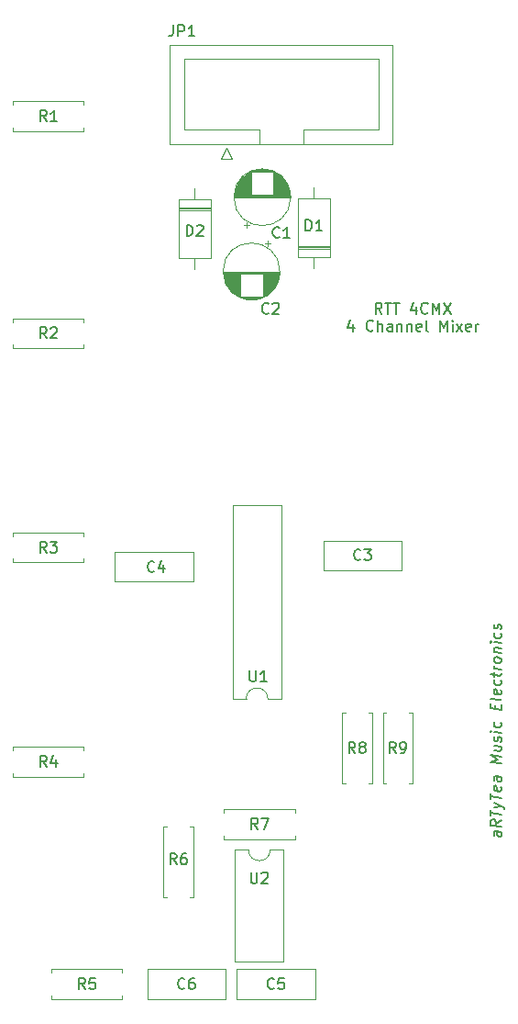
<source format=gbr>
%TF.GenerationSoftware,KiCad,Pcbnew,(6.0.2)*%
%TF.CreationDate,2022-04-27T22:08:36+02:00*%
%TF.ProjectId,4 Channel Mixer,34204368-616e-46e6-956c-204d69786572,1.1*%
%TF.SameCoordinates,Original*%
%TF.FileFunction,Legend,Top*%
%TF.FilePolarity,Positive*%
%FSLAX46Y46*%
G04 Gerber Fmt 4.6, Leading zero omitted, Abs format (unit mm)*
G04 Created by KiCad (PCBNEW (6.0.2)) date 2022-04-27 22:08:36*
%MOMM*%
%LPD*%
G01*
G04 APERTURE LIST*
%ADD10C,0.150000*%
%ADD11C,0.120000*%
G04 APERTURE END LIST*
D10*
X78552380Y-132704196D02*
X78028571Y-132638720D01*
X77933333Y-132674434D01*
X77885714Y-132763720D01*
X77885714Y-132954196D01*
X77933333Y-133055386D01*
X78504761Y-132698244D02*
X78552380Y-132799434D01*
X78552380Y-133037529D01*
X78504761Y-133126815D01*
X78409523Y-133162529D01*
X78314285Y-133150625D01*
X78219047Y-133091101D01*
X78171428Y-132989910D01*
X78171428Y-132751815D01*
X78123809Y-132650625D01*
X78552380Y-131656577D02*
X78076190Y-131930386D01*
X78552380Y-132228005D02*
X77552380Y-132103005D01*
X77552380Y-131722053D01*
X77600000Y-131632767D01*
X77647619Y-131591101D01*
X77742857Y-131555386D01*
X77885714Y-131573244D01*
X77980952Y-131632767D01*
X78028571Y-131686339D01*
X78076190Y-131787529D01*
X78076190Y-132168482D01*
X77552380Y-131245863D02*
X77552380Y-130674434D01*
X78552380Y-131085148D02*
X77552380Y-130960148D01*
X77885714Y-130478005D02*
X78552380Y-130323244D01*
X77885714Y-130001815D02*
X78552380Y-130323244D01*
X78790476Y-130448244D01*
X78838095Y-130501815D01*
X78885714Y-130603005D01*
X77552380Y-129722053D02*
X77552380Y-129150625D01*
X78552380Y-129561339D02*
X77552380Y-129436339D01*
X78504761Y-128555386D02*
X78552380Y-128656577D01*
X78552380Y-128847053D01*
X78504761Y-128936339D01*
X78409523Y-128972053D01*
X78028571Y-128924434D01*
X77933333Y-128864910D01*
X77885714Y-128763720D01*
X77885714Y-128573244D01*
X77933333Y-128483958D01*
X78028571Y-128448244D01*
X78123809Y-128460148D01*
X78219047Y-128948244D01*
X78552380Y-127656577D02*
X78028571Y-127591101D01*
X77933333Y-127626815D01*
X77885714Y-127716101D01*
X77885714Y-127906577D01*
X77933333Y-128007767D01*
X78504761Y-127650625D02*
X78552380Y-127751815D01*
X78552380Y-127989910D01*
X78504761Y-128079196D01*
X78409523Y-128114910D01*
X78314285Y-128103005D01*
X78219047Y-128043482D01*
X78171428Y-127942291D01*
X78171428Y-127704196D01*
X78123809Y-127603005D01*
X78552380Y-126418482D02*
X77552380Y-126293482D01*
X78266666Y-126049434D01*
X77552380Y-125626815D01*
X78552380Y-125751815D01*
X77885714Y-124763720D02*
X78552380Y-124847053D01*
X77885714Y-125192291D02*
X78409523Y-125257767D01*
X78504761Y-125222053D01*
X78552380Y-125132767D01*
X78552380Y-124989910D01*
X78504761Y-124888720D01*
X78457142Y-124835148D01*
X78504761Y-124412529D02*
X78552380Y-124323244D01*
X78552380Y-124132767D01*
X78504761Y-124031577D01*
X78409523Y-123972053D01*
X78361904Y-123966101D01*
X78266666Y-124001815D01*
X78219047Y-124091101D01*
X78219047Y-124233958D01*
X78171428Y-124323244D01*
X78076190Y-124358958D01*
X78028571Y-124353005D01*
X77933333Y-124293482D01*
X77885714Y-124192291D01*
X77885714Y-124049434D01*
X77933333Y-123960148D01*
X78552380Y-123561339D02*
X77885714Y-123478005D01*
X77552380Y-123436339D02*
X77600000Y-123489910D01*
X77647619Y-123448244D01*
X77600000Y-123394672D01*
X77552380Y-123436339D01*
X77647619Y-123448244D01*
X78504761Y-122650625D02*
X78552380Y-122751815D01*
X78552380Y-122942291D01*
X78504761Y-123031577D01*
X78457142Y-123073244D01*
X78361904Y-123108958D01*
X78076190Y-123073244D01*
X77980952Y-123013720D01*
X77933333Y-122960148D01*
X77885714Y-122858958D01*
X77885714Y-122668482D01*
X77933333Y-122579196D01*
X78028571Y-121400625D02*
X78028571Y-121067291D01*
X78552380Y-120989910D02*
X78552380Y-121466101D01*
X77552380Y-121341101D01*
X77552380Y-120864910D01*
X78552380Y-120418482D02*
X78504761Y-120507767D01*
X78409523Y-120543482D01*
X77552380Y-120436339D01*
X78504761Y-119650625D02*
X78552380Y-119751815D01*
X78552380Y-119942291D01*
X78504761Y-120031577D01*
X78409523Y-120067291D01*
X78028571Y-120019672D01*
X77933333Y-119960148D01*
X77885714Y-119858958D01*
X77885714Y-119668482D01*
X77933333Y-119579196D01*
X78028571Y-119543482D01*
X78123809Y-119555386D01*
X78219047Y-120043482D01*
X78504761Y-118745863D02*
X78552380Y-118847053D01*
X78552380Y-119037529D01*
X78504761Y-119126815D01*
X78457142Y-119168482D01*
X78361904Y-119204196D01*
X78076190Y-119168482D01*
X77980952Y-119108958D01*
X77933333Y-119055386D01*
X77885714Y-118954196D01*
X77885714Y-118763720D01*
X77933333Y-118674434D01*
X77885714Y-118382767D02*
X77885714Y-118001815D01*
X77552380Y-118198244D02*
X78409523Y-118305386D01*
X78504761Y-118269672D01*
X78552380Y-118180386D01*
X78552380Y-118085148D01*
X78552380Y-117751815D02*
X77885714Y-117668482D01*
X78076190Y-117692291D02*
X77980952Y-117632767D01*
X77933333Y-117579196D01*
X77885714Y-117478005D01*
X77885714Y-117382767D01*
X78552380Y-116989910D02*
X78504761Y-117079196D01*
X78457142Y-117120863D01*
X78361904Y-117156577D01*
X78076190Y-117120863D01*
X77980952Y-117061339D01*
X77933333Y-117007767D01*
X77885714Y-116906577D01*
X77885714Y-116763720D01*
X77933333Y-116674434D01*
X77980952Y-116632767D01*
X78076190Y-116597053D01*
X78361904Y-116632767D01*
X78457142Y-116692291D01*
X78504761Y-116745863D01*
X78552380Y-116847053D01*
X78552380Y-116989910D01*
X77885714Y-116144672D02*
X78552380Y-116228005D01*
X77980952Y-116156577D02*
X77933333Y-116103005D01*
X77885714Y-116001815D01*
X77885714Y-115858958D01*
X77933333Y-115769672D01*
X78028571Y-115733958D01*
X78552380Y-115799434D01*
X78552380Y-115323244D02*
X77885714Y-115239910D01*
X77552380Y-115198244D02*
X77600000Y-115251815D01*
X77647619Y-115210148D01*
X77600000Y-115156577D01*
X77552380Y-115198244D01*
X77647619Y-115210148D01*
X78504761Y-114412529D02*
X78552380Y-114513720D01*
X78552380Y-114704196D01*
X78504761Y-114793482D01*
X78457142Y-114835148D01*
X78361904Y-114870863D01*
X78076190Y-114835148D01*
X77980952Y-114775625D01*
X77933333Y-114722053D01*
X77885714Y-114620863D01*
X77885714Y-114430386D01*
X77933333Y-114341101D01*
X78504761Y-114031577D02*
X78552380Y-113942291D01*
X78552380Y-113751815D01*
X78504761Y-113650625D01*
X78409523Y-113591101D01*
X78361904Y-113585148D01*
X78266666Y-113620863D01*
X78219047Y-113710148D01*
X78219047Y-113853005D01*
X78171428Y-113942291D01*
X78076190Y-113978005D01*
X78028571Y-113972053D01*
X77933333Y-113912529D01*
X77885714Y-113811339D01*
X77885714Y-113668482D01*
X77933333Y-113579196D01*
X67542857Y-84947380D02*
X67209523Y-84471190D01*
X66971428Y-84947380D02*
X66971428Y-83947380D01*
X67352380Y-83947380D01*
X67447619Y-83995000D01*
X67495238Y-84042619D01*
X67542857Y-84137857D01*
X67542857Y-84280714D01*
X67495238Y-84375952D01*
X67447619Y-84423571D01*
X67352380Y-84471190D01*
X66971428Y-84471190D01*
X67828571Y-83947380D02*
X68400000Y-83947380D01*
X68114285Y-84947380D02*
X68114285Y-83947380D01*
X68590476Y-83947380D02*
X69161904Y-83947380D01*
X68876190Y-84947380D02*
X68876190Y-83947380D01*
X70685714Y-84280714D02*
X70685714Y-84947380D01*
X70447619Y-83899761D02*
X70209523Y-84614047D01*
X70828571Y-84614047D01*
X71780952Y-84852142D02*
X71733333Y-84899761D01*
X71590476Y-84947380D01*
X71495238Y-84947380D01*
X71352380Y-84899761D01*
X71257142Y-84804523D01*
X71209523Y-84709285D01*
X71161904Y-84518809D01*
X71161904Y-84375952D01*
X71209523Y-84185476D01*
X71257142Y-84090238D01*
X71352380Y-83995000D01*
X71495238Y-83947380D01*
X71590476Y-83947380D01*
X71733333Y-83995000D01*
X71780952Y-84042619D01*
X72209523Y-84947380D02*
X72209523Y-83947380D01*
X72542857Y-84661666D01*
X72876190Y-83947380D01*
X72876190Y-84947380D01*
X73257142Y-83947380D02*
X73923809Y-84947380D01*
X73923809Y-83947380D02*
X73257142Y-84947380D01*
X64876190Y-85890714D02*
X64876190Y-86557380D01*
X64638095Y-85509761D02*
X64400000Y-86224047D01*
X65019047Y-86224047D01*
X66733333Y-86462142D02*
X66685714Y-86509761D01*
X66542857Y-86557380D01*
X66447619Y-86557380D01*
X66304761Y-86509761D01*
X66209523Y-86414523D01*
X66161904Y-86319285D01*
X66114285Y-86128809D01*
X66114285Y-85985952D01*
X66161904Y-85795476D01*
X66209523Y-85700238D01*
X66304761Y-85605000D01*
X66447619Y-85557380D01*
X66542857Y-85557380D01*
X66685714Y-85605000D01*
X66733333Y-85652619D01*
X67161904Y-86557380D02*
X67161904Y-85557380D01*
X67590476Y-86557380D02*
X67590476Y-86033571D01*
X67542857Y-85938333D01*
X67447619Y-85890714D01*
X67304761Y-85890714D01*
X67209523Y-85938333D01*
X67161904Y-85985952D01*
X68495238Y-86557380D02*
X68495238Y-86033571D01*
X68447619Y-85938333D01*
X68352380Y-85890714D01*
X68161904Y-85890714D01*
X68066666Y-85938333D01*
X68495238Y-86509761D02*
X68400000Y-86557380D01*
X68161904Y-86557380D01*
X68066666Y-86509761D01*
X68019047Y-86414523D01*
X68019047Y-86319285D01*
X68066666Y-86224047D01*
X68161904Y-86176428D01*
X68400000Y-86176428D01*
X68495238Y-86128809D01*
X68971428Y-85890714D02*
X68971428Y-86557380D01*
X68971428Y-85985952D02*
X69019047Y-85938333D01*
X69114285Y-85890714D01*
X69257142Y-85890714D01*
X69352380Y-85938333D01*
X69400000Y-86033571D01*
X69400000Y-86557380D01*
X69876190Y-85890714D02*
X69876190Y-86557380D01*
X69876190Y-85985952D02*
X69923809Y-85938333D01*
X70019047Y-85890714D01*
X70161904Y-85890714D01*
X70257142Y-85938333D01*
X70304761Y-86033571D01*
X70304761Y-86557380D01*
X71161904Y-86509761D02*
X71066666Y-86557380D01*
X70876190Y-86557380D01*
X70780952Y-86509761D01*
X70733333Y-86414523D01*
X70733333Y-86033571D01*
X70780952Y-85938333D01*
X70876190Y-85890714D01*
X71066666Y-85890714D01*
X71161904Y-85938333D01*
X71209523Y-86033571D01*
X71209523Y-86128809D01*
X70733333Y-86224047D01*
X71780952Y-86557380D02*
X71685714Y-86509761D01*
X71638095Y-86414523D01*
X71638095Y-85557380D01*
X72923809Y-86557380D02*
X72923809Y-85557380D01*
X73257142Y-86271666D01*
X73590476Y-85557380D01*
X73590476Y-86557380D01*
X74066666Y-86557380D02*
X74066666Y-85890714D01*
X74066666Y-85557380D02*
X74019047Y-85605000D01*
X74066666Y-85652619D01*
X74114285Y-85605000D01*
X74066666Y-85557380D01*
X74066666Y-85652619D01*
X74447619Y-86557380D02*
X74971428Y-85890714D01*
X74447619Y-85890714D02*
X74971428Y-86557380D01*
X75733333Y-86509761D02*
X75638095Y-86557380D01*
X75447619Y-86557380D01*
X75352380Y-86509761D01*
X75304761Y-86414523D01*
X75304761Y-86033571D01*
X75352380Y-85938333D01*
X75447619Y-85890714D01*
X75638095Y-85890714D01*
X75733333Y-85938333D01*
X75780952Y-86033571D01*
X75780952Y-86128809D01*
X75304761Y-86224047D01*
X76209523Y-86557380D02*
X76209523Y-85890714D01*
X76209523Y-86081190D02*
X76257142Y-85985952D01*
X76304761Y-85938333D01*
X76400000Y-85890714D01*
X76495238Y-85890714D01*
%TO.C,R6*%
X48583333Y-135702380D02*
X48250000Y-135226190D01*
X48011904Y-135702380D02*
X48011904Y-134702380D01*
X48392857Y-134702380D01*
X48488095Y-134750000D01*
X48535714Y-134797619D01*
X48583333Y-134892857D01*
X48583333Y-135035714D01*
X48535714Y-135130952D01*
X48488095Y-135178571D01*
X48392857Y-135226190D01*
X48011904Y-135226190D01*
X49440476Y-134702380D02*
X49250000Y-134702380D01*
X49154761Y-134750000D01*
X49107142Y-134797619D01*
X49011904Y-134940476D01*
X48964285Y-135130952D01*
X48964285Y-135511904D01*
X49011904Y-135607142D01*
X49059523Y-135654761D01*
X49154761Y-135702380D01*
X49345238Y-135702380D01*
X49440476Y-135654761D01*
X49488095Y-135607142D01*
X49535714Y-135511904D01*
X49535714Y-135273809D01*
X49488095Y-135178571D01*
X49440476Y-135130952D01*
X49345238Y-135083333D01*
X49154761Y-135083333D01*
X49059523Y-135130952D01*
X49011904Y-135178571D01*
X48964285Y-135273809D01*
%TO.C,D2*%
X49511904Y-77782380D02*
X49511904Y-76782380D01*
X49750000Y-76782380D01*
X49892857Y-76830000D01*
X49988095Y-76925238D01*
X50035714Y-77020476D01*
X50083333Y-77210952D01*
X50083333Y-77353809D01*
X50035714Y-77544285D01*
X49988095Y-77639523D01*
X49892857Y-77734761D01*
X49750000Y-77782380D01*
X49511904Y-77782380D01*
X50464285Y-76877619D02*
X50511904Y-76830000D01*
X50607142Y-76782380D01*
X50845238Y-76782380D01*
X50940476Y-76830000D01*
X50988095Y-76877619D01*
X51035714Y-76972857D01*
X51035714Y-77068095D01*
X50988095Y-77210952D01*
X50416666Y-77782380D01*
X51035714Y-77782380D01*
%TO.C,U2*%
X55438095Y-136452380D02*
X55438095Y-137261904D01*
X55485714Y-137357142D01*
X55533333Y-137404761D01*
X55628571Y-137452380D01*
X55819047Y-137452380D01*
X55914285Y-137404761D01*
X55961904Y-137357142D01*
X56009523Y-137261904D01*
X56009523Y-136452380D01*
X56438095Y-136547619D02*
X56485714Y-136500000D01*
X56580952Y-136452380D01*
X56819047Y-136452380D01*
X56914285Y-136500000D01*
X56961904Y-136547619D01*
X57009523Y-136642857D01*
X57009523Y-136738095D01*
X56961904Y-136880952D01*
X56390476Y-137452380D01*
X57009523Y-137452380D01*
%TO.C,C1*%
X58083333Y-77857143D02*
X58035714Y-77904762D01*
X57892857Y-77952381D01*
X57797619Y-77952381D01*
X57654761Y-77904762D01*
X57559523Y-77809524D01*
X57511904Y-77714286D01*
X57464285Y-77523810D01*
X57464285Y-77380953D01*
X57511904Y-77190477D01*
X57559523Y-77095239D01*
X57654761Y-77000001D01*
X57797619Y-76952381D01*
X57892857Y-76952381D01*
X58035714Y-77000001D01*
X58083333Y-77047620D01*
X59035714Y-77952381D02*
X58464285Y-77952381D01*
X58750000Y-77952381D02*
X58750000Y-76952381D01*
X58654761Y-77095239D01*
X58559523Y-77190477D01*
X58464285Y-77238096D01*
%TO.C,R1*%
X36583333Y-67202380D02*
X36250000Y-66726190D01*
X36011904Y-67202380D02*
X36011904Y-66202380D01*
X36392857Y-66202380D01*
X36488095Y-66250000D01*
X36535714Y-66297619D01*
X36583333Y-66392857D01*
X36583333Y-66535714D01*
X36535714Y-66630952D01*
X36488095Y-66678571D01*
X36392857Y-66726190D01*
X36011904Y-66726190D01*
X37535714Y-67202380D02*
X36964285Y-67202380D01*
X37250000Y-67202380D02*
X37250000Y-66202380D01*
X37154761Y-66345238D01*
X37059523Y-66440476D01*
X36964285Y-66488095D01*
%TO.C,C5*%
X57583333Y-147107142D02*
X57535714Y-147154761D01*
X57392857Y-147202380D01*
X57297619Y-147202380D01*
X57154761Y-147154761D01*
X57059523Y-147059523D01*
X57011904Y-146964285D01*
X56964285Y-146773809D01*
X56964285Y-146630952D01*
X57011904Y-146440476D01*
X57059523Y-146345238D01*
X57154761Y-146250000D01*
X57297619Y-146202380D01*
X57392857Y-146202380D01*
X57535714Y-146250000D01*
X57583333Y-146297619D01*
X58488095Y-146202380D02*
X58011904Y-146202380D01*
X57964285Y-146678571D01*
X58011904Y-146630952D01*
X58107142Y-146583333D01*
X58345238Y-146583333D01*
X58440476Y-146630952D01*
X58488095Y-146678571D01*
X58535714Y-146773809D01*
X58535714Y-147011904D01*
X58488095Y-147107142D01*
X58440476Y-147154761D01*
X58345238Y-147202380D01*
X58107142Y-147202380D01*
X58011904Y-147154761D01*
X57964285Y-147107142D01*
%TO.C,R9*%
X68833333Y-125452380D02*
X68500000Y-124976190D01*
X68261904Y-125452380D02*
X68261904Y-124452380D01*
X68642857Y-124452380D01*
X68738095Y-124500000D01*
X68785714Y-124547619D01*
X68833333Y-124642857D01*
X68833333Y-124785714D01*
X68785714Y-124880952D01*
X68738095Y-124928571D01*
X68642857Y-124976190D01*
X68261904Y-124976190D01*
X69309523Y-125452380D02*
X69500000Y-125452380D01*
X69595238Y-125404761D01*
X69642857Y-125357142D01*
X69738095Y-125214285D01*
X69785714Y-125023809D01*
X69785714Y-124642857D01*
X69738095Y-124547619D01*
X69690476Y-124500000D01*
X69595238Y-124452380D01*
X69404761Y-124452380D01*
X69309523Y-124500000D01*
X69261904Y-124547619D01*
X69214285Y-124642857D01*
X69214285Y-124880952D01*
X69261904Y-124976190D01*
X69309523Y-125023809D01*
X69404761Y-125071428D01*
X69595238Y-125071428D01*
X69690476Y-125023809D01*
X69738095Y-124976190D01*
X69785714Y-124880952D01*
%TO.C,R2*%
X36583333Y-87202380D02*
X36250000Y-86726190D01*
X36011904Y-87202380D02*
X36011904Y-86202380D01*
X36392857Y-86202380D01*
X36488095Y-86250000D01*
X36535714Y-86297619D01*
X36583333Y-86392857D01*
X36583333Y-86535714D01*
X36535714Y-86630952D01*
X36488095Y-86678571D01*
X36392857Y-86726190D01*
X36011904Y-86726190D01*
X36964285Y-86297619D02*
X37011904Y-86250000D01*
X37107142Y-86202380D01*
X37345238Y-86202380D01*
X37440476Y-86250000D01*
X37488095Y-86297619D01*
X37535714Y-86392857D01*
X37535714Y-86488095D01*
X37488095Y-86630952D01*
X36916666Y-87202380D01*
X37535714Y-87202380D01*
%TO.C,R5*%
X40143333Y-147202380D02*
X39810000Y-146726190D01*
X39571904Y-147202380D02*
X39571904Y-146202380D01*
X39952857Y-146202380D01*
X40048095Y-146250000D01*
X40095714Y-146297619D01*
X40143333Y-146392857D01*
X40143333Y-146535714D01*
X40095714Y-146630952D01*
X40048095Y-146678571D01*
X39952857Y-146726190D01*
X39571904Y-146726190D01*
X41048095Y-146202380D02*
X40571904Y-146202380D01*
X40524285Y-146678571D01*
X40571904Y-146630952D01*
X40667142Y-146583333D01*
X40905238Y-146583333D01*
X41000476Y-146630952D01*
X41048095Y-146678571D01*
X41095714Y-146773809D01*
X41095714Y-147011904D01*
X41048095Y-147107142D01*
X41000476Y-147154761D01*
X40905238Y-147202380D01*
X40667142Y-147202380D01*
X40571904Y-147154761D01*
X40524285Y-147107142D01*
%TO.C,D1*%
X60511904Y-77282380D02*
X60511904Y-76282380D01*
X60750000Y-76282380D01*
X60892857Y-76330000D01*
X60988095Y-76425238D01*
X61035714Y-76520476D01*
X61083333Y-76710952D01*
X61083333Y-76853809D01*
X61035714Y-77044285D01*
X60988095Y-77139523D01*
X60892857Y-77234761D01*
X60750000Y-77282380D01*
X60511904Y-77282380D01*
X62035714Y-77282380D02*
X61464285Y-77282380D01*
X61750000Y-77282380D02*
X61750000Y-76282380D01*
X61654761Y-76425238D01*
X61559523Y-76520476D01*
X61464285Y-76568095D01*
%TO.C,U1*%
X55338095Y-117852380D02*
X55338095Y-118661904D01*
X55385714Y-118757142D01*
X55433333Y-118804761D01*
X55528571Y-118852380D01*
X55719047Y-118852380D01*
X55814285Y-118804761D01*
X55861904Y-118757142D01*
X55909523Y-118661904D01*
X55909523Y-117852380D01*
X56909523Y-118852380D02*
X56338095Y-118852380D01*
X56623809Y-118852380D02*
X56623809Y-117852380D01*
X56528571Y-117995238D01*
X56433333Y-118090476D01*
X56338095Y-118138095D01*
%TO.C,R7*%
X56083333Y-132452380D02*
X55750000Y-131976190D01*
X55511904Y-132452380D02*
X55511904Y-131452380D01*
X55892857Y-131452380D01*
X55988095Y-131500000D01*
X56035714Y-131547619D01*
X56083333Y-131642857D01*
X56083333Y-131785714D01*
X56035714Y-131880952D01*
X55988095Y-131928571D01*
X55892857Y-131976190D01*
X55511904Y-131976190D01*
X56416666Y-131452380D02*
X57083333Y-131452380D01*
X56654761Y-132452380D01*
%TO.C,C3*%
X65583333Y-107557142D02*
X65535714Y-107604761D01*
X65392857Y-107652380D01*
X65297619Y-107652380D01*
X65154761Y-107604761D01*
X65059523Y-107509523D01*
X65011904Y-107414285D01*
X64964285Y-107223809D01*
X64964285Y-107080952D01*
X65011904Y-106890476D01*
X65059523Y-106795238D01*
X65154761Y-106700000D01*
X65297619Y-106652380D01*
X65392857Y-106652380D01*
X65535714Y-106700000D01*
X65583333Y-106747619D01*
X65916666Y-106652380D02*
X66535714Y-106652380D01*
X66202380Y-107033333D01*
X66345238Y-107033333D01*
X66440476Y-107080952D01*
X66488095Y-107128571D01*
X66535714Y-107223809D01*
X66535714Y-107461904D01*
X66488095Y-107557142D01*
X66440476Y-107604761D01*
X66345238Y-107652380D01*
X66059523Y-107652380D01*
X65964285Y-107604761D01*
X65916666Y-107557142D01*
%TO.C,JP1*%
X48266666Y-58352380D02*
X48266666Y-59066666D01*
X48219047Y-59209523D01*
X48123809Y-59304761D01*
X47980952Y-59352380D01*
X47885714Y-59352380D01*
X48742857Y-59352380D02*
X48742857Y-58352380D01*
X49123809Y-58352380D01*
X49219047Y-58400000D01*
X49266666Y-58447619D01*
X49314285Y-58542857D01*
X49314285Y-58685714D01*
X49266666Y-58780952D01*
X49219047Y-58828571D01*
X49123809Y-58876190D01*
X48742857Y-58876190D01*
X50266666Y-59352380D02*
X49695238Y-59352380D01*
X49980952Y-59352380D02*
X49980952Y-58352380D01*
X49885714Y-58495238D01*
X49790476Y-58590476D01*
X49695238Y-58638095D01*
%TO.C,R8*%
X65083333Y-125452380D02*
X64750000Y-124976190D01*
X64511904Y-125452380D02*
X64511904Y-124452380D01*
X64892857Y-124452380D01*
X64988095Y-124500000D01*
X65035714Y-124547619D01*
X65083333Y-124642857D01*
X65083333Y-124785714D01*
X65035714Y-124880952D01*
X64988095Y-124928571D01*
X64892857Y-124976190D01*
X64511904Y-124976190D01*
X65654761Y-124880952D02*
X65559523Y-124833333D01*
X65511904Y-124785714D01*
X65464285Y-124690476D01*
X65464285Y-124642857D01*
X65511904Y-124547619D01*
X65559523Y-124500000D01*
X65654761Y-124452380D01*
X65845238Y-124452380D01*
X65940476Y-124500000D01*
X65988095Y-124547619D01*
X66035714Y-124642857D01*
X66035714Y-124690476D01*
X65988095Y-124785714D01*
X65940476Y-124833333D01*
X65845238Y-124880952D01*
X65654761Y-124880952D01*
X65559523Y-124928571D01*
X65511904Y-124976190D01*
X65464285Y-125071428D01*
X65464285Y-125261904D01*
X65511904Y-125357142D01*
X65559523Y-125404761D01*
X65654761Y-125452380D01*
X65845238Y-125452380D01*
X65940476Y-125404761D01*
X65988095Y-125357142D01*
X66035714Y-125261904D01*
X66035714Y-125071428D01*
X65988095Y-124976190D01*
X65940476Y-124928571D01*
X65845238Y-124880952D01*
%TO.C,C6*%
X49333333Y-147107142D02*
X49285714Y-147154761D01*
X49142857Y-147202380D01*
X49047619Y-147202380D01*
X48904761Y-147154761D01*
X48809523Y-147059523D01*
X48761904Y-146964285D01*
X48714285Y-146773809D01*
X48714285Y-146630952D01*
X48761904Y-146440476D01*
X48809523Y-146345238D01*
X48904761Y-146250000D01*
X49047619Y-146202380D01*
X49142857Y-146202380D01*
X49285714Y-146250000D01*
X49333333Y-146297619D01*
X50190476Y-146202380D02*
X50000000Y-146202380D01*
X49904761Y-146250000D01*
X49857142Y-146297619D01*
X49761904Y-146440476D01*
X49714285Y-146630952D01*
X49714285Y-147011904D01*
X49761904Y-147107142D01*
X49809523Y-147154761D01*
X49904761Y-147202380D01*
X50095238Y-147202380D01*
X50190476Y-147154761D01*
X50238095Y-147107142D01*
X50285714Y-147011904D01*
X50285714Y-146773809D01*
X50238095Y-146678571D01*
X50190476Y-146630952D01*
X50095238Y-146583333D01*
X49904761Y-146583333D01*
X49809523Y-146630952D01*
X49761904Y-146678571D01*
X49714285Y-146773809D01*
%TO.C,R4*%
X36583333Y-126702380D02*
X36250000Y-126226190D01*
X36011904Y-126702380D02*
X36011904Y-125702380D01*
X36392857Y-125702380D01*
X36488095Y-125750000D01*
X36535714Y-125797619D01*
X36583333Y-125892857D01*
X36583333Y-126035714D01*
X36535714Y-126130952D01*
X36488095Y-126178571D01*
X36392857Y-126226190D01*
X36011904Y-126226190D01*
X37440476Y-126035714D02*
X37440476Y-126702380D01*
X37202380Y-125654761D02*
X36964285Y-126369047D01*
X37583333Y-126369047D01*
%TO.C,C4*%
X46533333Y-108657142D02*
X46485714Y-108704761D01*
X46342857Y-108752380D01*
X46247619Y-108752380D01*
X46104761Y-108704761D01*
X46009523Y-108609523D01*
X45961904Y-108514285D01*
X45914285Y-108323809D01*
X45914285Y-108180952D01*
X45961904Y-107990476D01*
X46009523Y-107895238D01*
X46104761Y-107800000D01*
X46247619Y-107752380D01*
X46342857Y-107752380D01*
X46485714Y-107800000D01*
X46533333Y-107847619D01*
X47390476Y-108085714D02*
X47390476Y-108752380D01*
X47152380Y-107704761D02*
X46914285Y-108419047D01*
X47533333Y-108419047D01*
%TO.C,R3*%
X36583333Y-106952380D02*
X36250000Y-106476190D01*
X36011904Y-106952380D02*
X36011904Y-105952380D01*
X36392857Y-105952380D01*
X36488095Y-106000000D01*
X36535714Y-106047619D01*
X36583333Y-106142857D01*
X36583333Y-106285714D01*
X36535714Y-106380952D01*
X36488095Y-106428571D01*
X36392857Y-106476190D01*
X36011904Y-106476190D01*
X36916666Y-105952380D02*
X37535714Y-105952380D01*
X37202380Y-106333333D01*
X37345238Y-106333333D01*
X37440476Y-106380952D01*
X37488095Y-106428571D01*
X37535714Y-106523809D01*
X37535714Y-106761904D01*
X37488095Y-106857142D01*
X37440476Y-106904761D01*
X37345238Y-106952380D01*
X37059523Y-106952380D01*
X36964285Y-106904761D01*
X36916666Y-106857142D01*
%TO.C,C2*%
X57083333Y-84857142D02*
X57035714Y-84904761D01*
X56892857Y-84952380D01*
X56797619Y-84952380D01*
X56654761Y-84904761D01*
X56559523Y-84809523D01*
X56511904Y-84714285D01*
X56464285Y-84523809D01*
X56464285Y-84380952D01*
X56511904Y-84190476D01*
X56559523Y-84095238D01*
X56654761Y-84000000D01*
X56797619Y-83952380D01*
X56892857Y-83952380D01*
X57035714Y-84000000D01*
X57083333Y-84047619D01*
X57464285Y-84047619D02*
X57511904Y-84000000D01*
X57607142Y-83952380D01*
X57845238Y-83952380D01*
X57940476Y-84000000D01*
X57988095Y-84047619D01*
X58035714Y-84142857D01*
X58035714Y-84238095D01*
X57988095Y-84380952D01*
X57416666Y-84952380D01*
X58035714Y-84952380D01*
D11*
%TO.C,R6*%
X47380000Y-132230000D02*
X47710000Y-132230000D01*
X50120000Y-132230000D02*
X49790000Y-132230000D01*
X50120000Y-138770000D02*
X50120000Y-132230000D01*
X47710000Y-138770000D02*
X47380000Y-138770000D01*
X47380000Y-138770000D02*
X47380000Y-132230000D01*
X49790000Y-138770000D02*
X50120000Y-138770000D01*
%TO.C,D2*%
X51720000Y-75140000D02*
X48780000Y-75140000D01*
X48780000Y-79800000D02*
X51720000Y-79800000D01*
X51720000Y-79800000D02*
X51720000Y-74360000D01*
X51720000Y-75260000D02*
X48780000Y-75260000D01*
X50250000Y-73340000D02*
X50250000Y-74360000D01*
X48780000Y-74360000D02*
X48780000Y-79800000D01*
X51720000Y-74360000D02*
X48780000Y-74360000D01*
X50250000Y-80820000D02*
X50250000Y-79800000D01*
X51720000Y-75380000D02*
X48780000Y-75380000D01*
%TO.C,U2*%
X55235000Y-134370000D02*
X53985000Y-134370000D01*
X58485000Y-144650000D02*
X58485000Y-134370000D01*
X53985000Y-134370000D02*
X53985000Y-144650000D01*
X58485000Y-134370000D02*
X57235000Y-134370000D01*
X53985000Y-144650000D02*
X58485000Y-144650000D01*
X55235000Y-134370000D02*
G75*
G03*
X57235000Y-134370000I1000000J0D01*
G01*
%TO.C,C1*%
X53922000Y-74085113D02*
X59078000Y-74085113D01*
X53989000Y-73605113D02*
X55460000Y-73605113D01*
X57540000Y-72044113D02*
X57943000Y-72044113D01*
X57540000Y-73685113D02*
X59028000Y-73685113D01*
X57540000Y-72804113D02*
X58675000Y-72804113D01*
X54190000Y-73044113D02*
X55460000Y-73044113D01*
X57540000Y-72644113D02*
X58565000Y-72644113D01*
X54563000Y-72484113D02*
X55460000Y-72484113D01*
X55585000Y-71764113D02*
X57415000Y-71764113D01*
X57540000Y-72884113D02*
X58724000Y-72884113D01*
X54801000Y-72244113D02*
X55460000Y-72244113D01*
X57540000Y-73765113D02*
X59043000Y-73765113D01*
X53935000Y-73925113D02*
X55460000Y-73925113D01*
X57540000Y-72204113D02*
X58153000Y-72204113D01*
X57540000Y-73284113D02*
X58914000Y-73284113D01*
X54276000Y-72884113D02*
X55460000Y-72884113D01*
X53924000Y-74045113D02*
X59076000Y-74045113D01*
X55000000Y-72084113D02*
X55460000Y-72084113D01*
X55695000Y-71724113D02*
X57305000Y-71724113D01*
X54351000Y-72764113D02*
X55460000Y-72764113D01*
X53972000Y-73685113D02*
X55460000Y-73685113D01*
X57540000Y-73244113D02*
X58898000Y-73244113D01*
X54135000Y-73164113D02*
X55460000Y-73164113D01*
X57540000Y-73845113D02*
X59056000Y-73845113D01*
X57540000Y-73444113D02*
X58968000Y-73444113D01*
X57540000Y-73805113D02*
X59050000Y-73805113D01*
X57540000Y-72684113D02*
X58595000Y-72684113D01*
X57540000Y-73084113D02*
X58829000Y-73084113D01*
X54325000Y-72804113D02*
X55460000Y-72804113D01*
X57540000Y-73124113D02*
X58848000Y-73124113D01*
X54045000Y-73404113D02*
X55460000Y-73404113D01*
X57540000Y-73364113D02*
X58942000Y-73364113D01*
X57540000Y-73605113D02*
X59011000Y-73605113D01*
X57540000Y-72724113D02*
X58622000Y-72724113D01*
X57540000Y-73204113D02*
X58882000Y-73204113D01*
X55057000Y-72044113D02*
X55460000Y-72044113D01*
X57540000Y-73925113D02*
X59065000Y-73925113D01*
X57540000Y-72524113D02*
X58471000Y-72524113D01*
X57540000Y-71964113D02*
X57819000Y-71964113D01*
X54847000Y-72204113D02*
X55460000Y-72204113D01*
X57540000Y-73404113D02*
X58955000Y-73404113D01*
X57540000Y-72924113D02*
X58747000Y-72924113D01*
X55249000Y-71924113D02*
X55460000Y-71924113D01*
X53999000Y-73565113D02*
X55460000Y-73565113D01*
X54895000Y-72164113D02*
X55460000Y-72164113D01*
X55025000Y-77009888D02*
X55025000Y-76509888D01*
X55489000Y-71804113D02*
X57511000Y-71804113D01*
X54102000Y-73244113D02*
X55460000Y-73244113D01*
X57540000Y-72844113D02*
X58700000Y-72844113D01*
X54020000Y-73484113D02*
X55460000Y-73484113D01*
X54086000Y-73284113D02*
X55460000Y-73284113D01*
X57540000Y-73004113D02*
X58790000Y-73004113D01*
X54775000Y-76759888D02*
X55275000Y-76759888D01*
X57540000Y-72324113D02*
X58285000Y-72324113D01*
X53957000Y-73765113D02*
X55460000Y-73765113D01*
X57540000Y-72244113D02*
X58199000Y-72244113D01*
X53964000Y-73725113D02*
X55460000Y-73725113D01*
X57540000Y-72004113D02*
X57883000Y-72004113D01*
X57540000Y-73565113D02*
X59001000Y-73565113D01*
X54253000Y-72924113D02*
X55460000Y-72924113D01*
X56216000Y-71604113D02*
X56784000Y-71604113D01*
X54757000Y-72284113D02*
X55460000Y-72284113D01*
X54152000Y-73124113D02*
X55460000Y-73124113D01*
X54058000Y-73364113D02*
X55460000Y-73364113D01*
X57540000Y-72284113D02*
X58243000Y-72284113D01*
X57540000Y-73525113D02*
X58991000Y-73525113D01*
X55982000Y-71644113D02*
X57018000Y-71644113D01*
X57540000Y-73725113D02*
X59036000Y-73725113D01*
X54946000Y-72124113D02*
X55460000Y-72124113D01*
X57540000Y-73965113D02*
X59069000Y-73965113D01*
X53980000Y-73645113D02*
X55460000Y-73645113D01*
X54405000Y-72684113D02*
X55460000Y-72684113D01*
X57540000Y-72564113D02*
X58504000Y-72564113D01*
X53944000Y-73845113D02*
X55460000Y-73845113D01*
X54072000Y-73324113D02*
X55460000Y-73324113D01*
X54599000Y-72444113D02*
X55460000Y-72444113D01*
X54529000Y-72524113D02*
X55460000Y-72524113D01*
X53939000Y-73885113D02*
X55460000Y-73885113D01*
X57540000Y-73484113D02*
X58980000Y-73484113D01*
X55322000Y-71884113D02*
X57678000Y-71884113D01*
X55181000Y-71964113D02*
X55460000Y-71964113D01*
X55823000Y-71684113D02*
X57177000Y-71684113D01*
X57540000Y-72124113D02*
X58054000Y-72124113D01*
X53920000Y-74165113D02*
X59080000Y-74165113D01*
X57540000Y-72084113D02*
X58000000Y-72084113D01*
X57540000Y-72444113D02*
X58401000Y-72444113D01*
X53950000Y-73805113D02*
X55460000Y-73805113D01*
X53927000Y-74005113D02*
X59073000Y-74005113D01*
X54032000Y-73444113D02*
X55460000Y-73444113D01*
X55117000Y-72004113D02*
X55460000Y-72004113D01*
X57540000Y-73324113D02*
X58928000Y-73324113D01*
X57540000Y-72604113D02*
X58535000Y-72604113D01*
X57540000Y-72164113D02*
X58105000Y-72164113D01*
X54674000Y-72364113D02*
X55460000Y-72364113D01*
X53931000Y-73965113D02*
X55460000Y-73965113D01*
X54465000Y-72604113D02*
X55460000Y-72604113D01*
X57540000Y-72484113D02*
X58437000Y-72484113D01*
X53921000Y-74125113D02*
X59079000Y-74125113D01*
X54636000Y-72404113D02*
X55460000Y-72404113D01*
X57540000Y-73885113D02*
X59061000Y-73885113D01*
X57540000Y-72964113D02*
X58768000Y-72964113D01*
X54232000Y-72964113D02*
X55460000Y-72964113D01*
X54210000Y-73004113D02*
X55460000Y-73004113D01*
X57540000Y-71924113D02*
X57751000Y-71924113D01*
X57540000Y-72404113D02*
X58364000Y-72404113D01*
X57540000Y-73645113D02*
X59020000Y-73645113D01*
X57540000Y-72364113D02*
X58326000Y-72364113D01*
X54715000Y-72324113D02*
X55460000Y-72324113D01*
X55402000Y-71844113D02*
X57598000Y-71844113D01*
X57540000Y-73044113D02*
X58810000Y-73044113D01*
X54300000Y-72844113D02*
X55460000Y-72844113D01*
X57540000Y-73164113D02*
X58865000Y-73164113D01*
X54009000Y-73525113D02*
X55460000Y-73525113D01*
X54171000Y-73084113D02*
X55460000Y-73084113D01*
X54496000Y-72564113D02*
X55460000Y-72564113D01*
X54378000Y-72724113D02*
X55460000Y-72724113D01*
X57540000Y-72764113D02*
X58649000Y-72764113D01*
X53920000Y-74205113D02*
X59080000Y-74205113D01*
X54435000Y-72644113D02*
X55460000Y-72644113D01*
X54118000Y-73204113D02*
X55460000Y-73204113D01*
X59120000Y-74205113D02*
G75*
G03*
X59120000Y-74205113I-2620000J0D01*
G01*
%TO.C,R1*%
X40020000Y-65380000D02*
X33480000Y-65380000D01*
X40020000Y-68120000D02*
X33480000Y-68120000D01*
X40020000Y-65710000D02*
X40020000Y-65380000D01*
X40020000Y-67790000D02*
X40020000Y-68120000D01*
X33480000Y-65380000D02*
X33480000Y-65710000D01*
X33480000Y-68120000D02*
X33480000Y-67790000D01*
%TO.C,C5*%
X54130000Y-148120000D02*
X61370000Y-148120000D01*
X54130000Y-145380000D02*
X54130000Y-148120000D01*
X54130000Y-145380000D02*
X61370000Y-145380000D01*
X61370000Y-145380000D02*
X61370000Y-148120000D01*
%TO.C,R9*%
X67630000Y-121730000D02*
X67630000Y-128270000D01*
X67960000Y-121730000D02*
X67630000Y-121730000D01*
X70370000Y-121730000D02*
X70370000Y-128270000D01*
X67630000Y-128270000D02*
X67960000Y-128270000D01*
X70370000Y-128270000D02*
X70040000Y-128270000D01*
X70040000Y-121730000D02*
X70370000Y-121730000D01*
%TO.C,R2*%
X40020000Y-88120000D02*
X33480000Y-88120000D01*
X33480000Y-85380000D02*
X33480000Y-85710000D01*
X33480000Y-88120000D02*
X33480000Y-87790000D01*
X40020000Y-87790000D02*
X40020000Y-88120000D01*
X40020000Y-85380000D02*
X33480000Y-85380000D01*
X40020000Y-85710000D02*
X40020000Y-85380000D01*
%TO.C,R5*%
X37040000Y-147790000D02*
X37040000Y-148120000D01*
X37040000Y-145710000D02*
X37040000Y-145380000D01*
X37040000Y-145380000D02*
X43580000Y-145380000D01*
X43580000Y-145380000D02*
X43580000Y-145710000D01*
X37040000Y-148120000D02*
X43580000Y-148120000D01*
X43580000Y-148120000D02*
X43580000Y-147790000D01*
%TO.C,D1*%
X61250000Y-73260000D02*
X61250000Y-74280000D01*
X59780000Y-78700000D02*
X62720000Y-78700000D01*
X62720000Y-74280000D02*
X59780000Y-74280000D01*
X61250000Y-80740000D02*
X61250000Y-79720000D01*
X59780000Y-78940000D02*
X62720000Y-78940000D01*
X59780000Y-79720000D02*
X62720000Y-79720000D01*
X59780000Y-78820000D02*
X62720000Y-78820000D01*
X59780000Y-74280000D02*
X59780000Y-79720000D01*
X62720000Y-79720000D02*
X62720000Y-74280000D01*
%TO.C,U1*%
X58265000Y-102555000D02*
X53765000Y-102555000D01*
X57015000Y-120455000D02*
X58265000Y-120455000D01*
X58265000Y-120455000D02*
X58265000Y-102555000D01*
X53765000Y-120455000D02*
X55015000Y-120455000D01*
X53765000Y-102555000D02*
X53765000Y-120455000D01*
X57015000Y-120455000D02*
G75*
G03*
X55015000Y-120455000I-1000000J0D01*
G01*
%TO.C,R7*%
X52980000Y-130630000D02*
X59520000Y-130630000D01*
X52980000Y-133370000D02*
X59520000Y-133370000D01*
X59520000Y-133370000D02*
X59520000Y-133040000D01*
X59520000Y-130630000D02*
X59520000Y-130960000D01*
X52980000Y-133040000D02*
X52980000Y-133370000D01*
X52980000Y-130960000D02*
X52980000Y-130630000D01*
%TO.C,C3*%
X69370000Y-105880000D02*
X69370000Y-108620000D01*
X62130000Y-105880000D02*
X62130000Y-108620000D01*
X62130000Y-105880000D02*
X69370000Y-105880000D01*
X62130000Y-108620000D02*
X69370000Y-108620000D01*
%TO.C,JP1*%
X67240000Y-61482500D02*
X67240000Y-67982500D01*
X47960000Y-69292500D02*
X47960000Y-60172500D01*
X68540000Y-69292500D02*
X47960000Y-69292500D01*
X56200000Y-67982500D02*
X49260000Y-67982500D01*
X49260000Y-61482500D02*
X67240000Y-61482500D01*
X53170000Y-69682500D02*
X52670000Y-70682500D01*
X60300000Y-67982500D02*
X60300000Y-67982500D01*
X47960000Y-60172500D02*
X68540000Y-60172500D01*
X49260000Y-67982500D02*
X49260000Y-61482500D01*
X67240000Y-67982500D02*
X60300000Y-67982500D01*
X68540000Y-60172500D02*
X68540000Y-69292500D01*
X52670000Y-70682500D02*
X53670000Y-70682500D01*
X56200000Y-69292500D02*
X56200000Y-67982500D01*
X53670000Y-70682500D02*
X53170000Y-69682500D01*
X60300000Y-67982500D02*
X60300000Y-69292500D01*
%TO.C,R8*%
X63880000Y-128270000D02*
X64210000Y-128270000D01*
X66620000Y-121730000D02*
X66620000Y-128270000D01*
X64210000Y-121730000D02*
X63880000Y-121730000D01*
X66290000Y-121730000D02*
X66620000Y-121730000D01*
X66620000Y-128270000D02*
X66290000Y-128270000D01*
X63880000Y-121730000D02*
X63880000Y-128270000D01*
%TO.C,C6*%
X45880000Y-145380000D02*
X53120000Y-145380000D01*
X45880000Y-145380000D02*
X45880000Y-148120000D01*
X45880000Y-148120000D02*
X53120000Y-148120000D01*
X53120000Y-145380000D02*
X53120000Y-148120000D01*
%TO.C,R4*%
X40020000Y-127290000D02*
X40020000Y-127620000D01*
X33480000Y-127620000D02*
X33480000Y-127290000D01*
X33480000Y-124880000D02*
X33480000Y-125210000D01*
X40020000Y-127620000D02*
X33480000Y-127620000D01*
X40020000Y-125210000D02*
X40020000Y-124880000D01*
X40020000Y-124880000D02*
X33480000Y-124880000D01*
%TO.C,C4*%
X42880000Y-106880000D02*
X42880000Y-109620000D01*
X50120000Y-106880000D02*
X50120000Y-109620000D01*
X42880000Y-106880000D02*
X50120000Y-106880000D01*
X42880000Y-109620000D02*
X50120000Y-109620000D01*
%TO.C,R3*%
X40020000Y-107540000D02*
X40020000Y-107870000D01*
X40020000Y-107870000D02*
X33480000Y-107870000D01*
X33480000Y-107870000D02*
X33480000Y-107540000D01*
X40020000Y-105130000D02*
X33480000Y-105130000D01*
X40020000Y-105460000D02*
X40020000Y-105130000D01*
X33480000Y-105130000D02*
X33480000Y-105460000D01*
%TO.C,C2*%
X56305000Y-83525887D02*
X54695000Y-83525887D01*
X58043000Y-81484887D02*
X56540000Y-81484887D01*
X54460000Y-82805887D02*
X53599000Y-82805887D01*
X58079000Y-81124887D02*
X52921000Y-81124887D01*
X56678000Y-83365887D02*
X54322000Y-83365887D01*
X57535000Y-82645887D02*
X56540000Y-82645887D01*
X57914000Y-81965887D02*
X56540000Y-81965887D01*
X57437000Y-82765887D02*
X56540000Y-82765887D01*
X54460000Y-81404887D02*
X52944000Y-81404887D01*
X54460000Y-81765887D02*
X53020000Y-81765887D01*
X54460000Y-81925887D02*
X53072000Y-81925887D01*
X56819000Y-83285887D02*
X56540000Y-83285887D01*
X58073000Y-81244887D02*
X52927000Y-81244887D01*
X57471000Y-82725887D02*
X56540000Y-82725887D01*
X57829000Y-82165887D02*
X56540000Y-82165887D01*
X54460000Y-82405887D02*
X53300000Y-82405887D01*
X57364000Y-82845887D02*
X56540000Y-82845887D01*
X54460000Y-82965887D02*
X53757000Y-82965887D01*
X54460000Y-82925887D02*
X53715000Y-82925887D01*
X57326000Y-82885887D02*
X56540000Y-82885887D01*
X57700000Y-82405887D02*
X56540000Y-82405887D01*
X54460000Y-81805887D02*
X53032000Y-81805887D01*
X57622000Y-82525887D02*
X56540000Y-82525887D01*
X58080000Y-81044887D02*
X52920000Y-81044887D01*
X58028000Y-81564887D02*
X56540000Y-81564887D01*
X57675000Y-82445887D02*
X56540000Y-82445887D01*
X54460000Y-83085887D02*
X53895000Y-83085887D01*
X54460000Y-82565887D02*
X53405000Y-82565887D01*
X54460000Y-83325887D02*
X54249000Y-83325887D01*
X54460000Y-83165887D02*
X54000000Y-83165887D01*
X58020000Y-81604887D02*
X56540000Y-81604887D01*
X54460000Y-83285887D02*
X54181000Y-83285887D01*
X57401000Y-82805887D02*
X56540000Y-82805887D01*
X56943000Y-83205887D02*
X56540000Y-83205887D01*
X54460000Y-81484887D02*
X52957000Y-81484887D01*
X57848000Y-82125887D02*
X56540000Y-82125887D01*
X54460000Y-81885887D02*
X53058000Y-81885887D01*
X54460000Y-82485887D02*
X53351000Y-82485887D01*
X54460000Y-82725887D02*
X53529000Y-82725887D01*
X54460000Y-81644887D02*
X52989000Y-81644887D01*
X54460000Y-81965887D02*
X53086000Y-81965887D01*
X54460000Y-82445887D02*
X53325000Y-82445887D01*
X54460000Y-83045887D02*
X53847000Y-83045887D01*
X57225000Y-78490112D02*
X56725000Y-78490112D01*
X56511000Y-83445887D02*
X54489000Y-83445887D01*
X54460000Y-82125887D02*
X53152000Y-82125887D01*
X54460000Y-82005887D02*
X53102000Y-82005887D01*
X58036000Y-81524887D02*
X56540000Y-81524887D01*
X54460000Y-82605887D02*
X53435000Y-82605887D01*
X57285000Y-82925887D02*
X56540000Y-82925887D01*
X57768000Y-82285887D02*
X56540000Y-82285887D01*
X54460000Y-81564887D02*
X52972000Y-81564887D01*
X56177000Y-83565887D02*
X54823000Y-83565887D01*
X57649000Y-82485887D02*
X56540000Y-82485887D01*
X54460000Y-82045887D02*
X53118000Y-82045887D01*
X54460000Y-82325887D02*
X53253000Y-82325887D01*
X54460000Y-81524887D02*
X52964000Y-81524887D01*
X57199000Y-83005887D02*
X56540000Y-83005887D01*
X54460000Y-81845887D02*
X53045000Y-81845887D01*
X58078000Y-81164887D02*
X52922000Y-81164887D01*
X57980000Y-81765887D02*
X56540000Y-81765887D01*
X56751000Y-83325887D02*
X56540000Y-83325887D01*
X54460000Y-83005887D02*
X53801000Y-83005887D01*
X58080000Y-81084887D02*
X52920000Y-81084887D01*
X57747000Y-82325887D02*
X56540000Y-82325887D01*
X54460000Y-82765887D02*
X53563000Y-82765887D01*
X57105000Y-83085887D02*
X56540000Y-83085887D01*
X54460000Y-82525887D02*
X53378000Y-82525887D01*
X54460000Y-81284887D02*
X52931000Y-81284887D01*
X57955000Y-81845887D02*
X56540000Y-81845887D01*
X54460000Y-82645887D02*
X53465000Y-82645887D01*
X54460000Y-82885887D02*
X53674000Y-82885887D01*
X58061000Y-81364887D02*
X56540000Y-81364887D01*
X57865000Y-82085887D02*
X56540000Y-82085887D01*
X57968000Y-81805887D02*
X56540000Y-81805887D01*
X58069000Y-81284887D02*
X56540000Y-81284887D01*
X57504000Y-82685887D02*
X56540000Y-82685887D01*
X54460000Y-81364887D02*
X52939000Y-81364887D01*
X54460000Y-82845887D02*
X53636000Y-82845887D01*
X57054000Y-83125887D02*
X56540000Y-83125887D01*
X54460000Y-82365887D02*
X53276000Y-82365887D01*
X54460000Y-82685887D02*
X53496000Y-82685887D01*
X57928000Y-81925887D02*
X56540000Y-81925887D01*
X58056000Y-81404887D02*
X56540000Y-81404887D01*
X54460000Y-81604887D02*
X52980000Y-81604887D01*
X56975000Y-78240112D02*
X56975000Y-78740112D01*
X54460000Y-82205887D02*
X53190000Y-82205887D01*
X56018000Y-83605887D02*
X54982000Y-83605887D01*
X58076000Y-81204887D02*
X52924000Y-81204887D01*
X54460000Y-83245887D02*
X54117000Y-83245887D01*
X58011000Y-81644887D02*
X56540000Y-81644887D01*
X55784000Y-83645887D02*
X55216000Y-83645887D01*
X58001000Y-81684887D02*
X56540000Y-81684887D01*
X58050000Y-81444887D02*
X56540000Y-81444887D01*
X57243000Y-82965887D02*
X56540000Y-82965887D01*
X57942000Y-81885887D02*
X56540000Y-81885887D01*
X57153000Y-83045887D02*
X56540000Y-83045887D01*
X54460000Y-83205887D02*
X54057000Y-83205887D01*
X57898000Y-82005887D02*
X56540000Y-82005887D01*
X57000000Y-83165887D02*
X56540000Y-83165887D01*
X57595000Y-82565887D02*
X56540000Y-82565887D01*
X56598000Y-83405887D02*
X54402000Y-83405887D01*
X54460000Y-82085887D02*
X53135000Y-82085887D01*
X54460000Y-83125887D02*
X53946000Y-83125887D01*
X57810000Y-82205887D02*
X56540000Y-82205887D01*
X57882000Y-82045887D02*
X56540000Y-82045887D01*
X57565000Y-82605887D02*
X56540000Y-82605887D01*
X54460000Y-82285887D02*
X53232000Y-82285887D01*
X58065000Y-81324887D02*
X56540000Y-81324887D01*
X54460000Y-81444887D02*
X52950000Y-81444887D01*
X57724000Y-82365887D02*
X56540000Y-82365887D01*
X54460000Y-82165887D02*
X53171000Y-82165887D01*
X56415000Y-83485887D02*
X54585000Y-83485887D01*
X57991000Y-81724887D02*
X56540000Y-81724887D01*
X54460000Y-81684887D02*
X52999000Y-81684887D01*
X54460000Y-82245887D02*
X53210000Y-82245887D01*
X54460000Y-81724887D02*
X53009000Y-81724887D01*
X54460000Y-81324887D02*
X52935000Y-81324887D01*
X56883000Y-83245887D02*
X56540000Y-83245887D01*
X57790000Y-82245887D02*
X56540000Y-82245887D01*
X58120000Y-81044887D02*
G75*
G03*
X58120000Y-81044887I-2620000J0D01*
G01*
%TD*%
M02*

</source>
